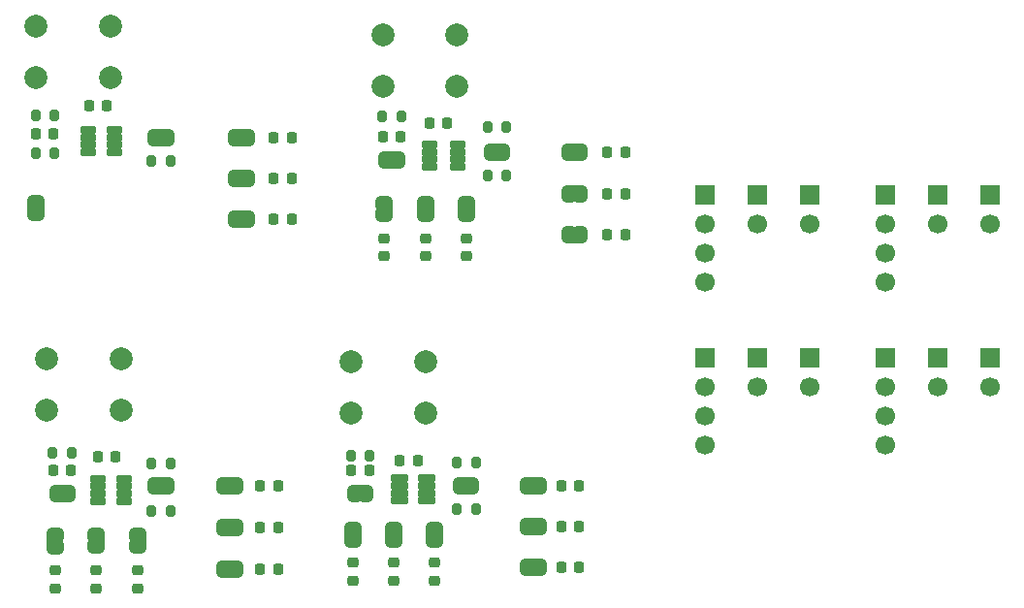
<source format=gts>
%TF.GenerationSoftware,KiCad,Pcbnew,9.0.1*%
%TF.CreationDate,2025-04-24T13:25:23+07:00*%
%TF.ProjectId,push-button-controller,70757368-2d62-4757-9474-6f6e2d636f6e,rev?*%
%TF.SameCoordinates,Original*%
%TF.FileFunction,Soldermask,Top*%
%TF.FilePolarity,Negative*%
%FSLAX45Y45*%
G04 Gerber Fmt 4.5, Leading zero omitted, Abs format (unit mm)*
G04 Created by KiCad (PCBNEW 9.0.1) date 2025-04-24 13:25:23*
%MOMM*%
%LPD*%
G01*
G04 APERTURE LIST*
G04 Aperture macros list*
%AMRoundRect*
0 Rectangle with rounded corners*
0 $1 Rounding radius*
0 $2 $3 $4 $5 $6 $7 $8 $9 X,Y pos of 4 corners*
0 Add a 4 corners polygon primitive as box body*
4,1,4,$2,$3,$4,$5,$6,$7,$8,$9,$2,$3,0*
0 Add four circle primitives for the rounded corners*
1,1,$1+$1,$2,$3*
1,1,$1+$1,$4,$5*
1,1,$1+$1,$6,$7*
1,1,$1+$1,$8,$9*
0 Add four rect primitives between the rounded corners*
20,1,$1+$1,$2,$3,$4,$5,0*
20,1,$1+$1,$4,$5,$6,$7,0*
20,1,$1+$1,$6,$7,$8,$9,0*
20,1,$1+$1,$8,$9,$2,$3,0*%
%AMFreePoly0*
4,1,23,0.500000,-0.750000,0.000000,-0.750000,0.000000,-0.745722,-0.065263,-0.745722,-0.191342,-0.711940,-0.304381,-0.646677,-0.396677,-0.554381,-0.461940,-0.441342,-0.495722,-0.315263,-0.495722,-0.250000,-0.500000,-0.250000,-0.500000,0.250000,-0.495722,0.250000,-0.495722,0.315263,-0.461940,0.441342,-0.396677,0.554381,-0.304381,0.646677,-0.191342,0.711940,-0.065263,0.745722,0.000000,0.745722,
0.000000,0.750000,0.500000,0.750000,0.500000,-0.750000,0.500000,-0.750000,$1*%
%AMFreePoly1*
4,1,23,0.000000,0.745722,0.065263,0.745722,0.191342,0.711940,0.304381,0.646677,0.396677,0.554381,0.461940,0.441342,0.495722,0.315263,0.495722,0.250000,0.500000,0.250000,0.500000,-0.250000,0.495722,-0.250000,0.495722,-0.315263,0.461940,-0.441342,0.396677,-0.554381,0.304381,-0.646677,0.191342,-0.711940,0.065263,-0.745722,0.000000,-0.745722,0.000000,-0.750000,-0.500000,-0.750000,
-0.500000,0.750000,0.000000,0.750000,0.000000,0.745722,0.000000,0.745722,$1*%
G04 Aperture macros list end*
%ADD10R,1.700000X1.700000*%
%ADD11C,1.700000*%
%ADD12FreePoly0,90.000000*%
%ADD13FreePoly1,90.000000*%
%ADD14RoundRect,0.225000X0.225000X0.250000X-0.225000X0.250000X-0.225000X-0.250000X0.225000X-0.250000X0*%
%ADD15RoundRect,0.200000X-0.200000X-0.275000X0.200000X-0.275000X0.200000X0.275000X-0.200000X0.275000X0*%
%ADD16RoundRect,0.225000X-0.225000X-0.250000X0.225000X-0.250000X0.225000X0.250000X-0.225000X0.250000X0*%
%ADD17RoundRect,0.102000X-0.609600X-0.203200X0.609600X-0.203200X0.609600X0.203200X-0.609600X0.203200X0*%
%ADD18C,2.000000*%
%ADD19RoundRect,0.225000X-0.250000X0.225000X-0.250000X-0.225000X0.250000X-0.225000X0.250000X0.225000X0*%
%ADD20FreePoly0,270.000000*%
%ADD21FreePoly1,270.000000*%
%ADD22FreePoly0,180.000000*%
%ADD23FreePoly1,180.000000*%
%ADD24FreePoly0,0.000000*%
%ADD25FreePoly1,0.000000*%
%ADD26RoundRect,0.102000X0.609600X0.203200X-0.609600X0.203200X-0.609600X-0.203200X0.609600X-0.203200X0*%
%ADD27RoundRect,0.083000X-0.639000X-0.249000X0.639000X-0.249000X0.639000X0.249000X-0.639000X0.249000X0*%
%ADD28RoundRect,0.200000X0.200000X0.275000X-0.200000X0.275000X-0.200000X-0.275000X0.200000X-0.275000X0*%
G04 APERTURE END LIST*
%TO.C,JP23*%
G36*
X14021910Y-8480280D02*
G01*
X14171910Y-8480280D01*
X14171910Y-8450280D01*
X14021910Y-8450280D01*
X14021910Y-8480280D01*
G37*
%TO.C,JP12*%
G36*
X13743970Y-11325880D02*
G01*
X13893970Y-11325880D01*
X13893970Y-11295880D01*
X13743970Y-11295880D01*
X13743970Y-11325880D01*
G37*
%TO.C,JP5*%
G36*
X10786040Y-11382740D02*
G01*
X10936040Y-11382740D01*
X10936040Y-11352740D01*
X10786040Y-11352740D01*
X10786040Y-11382740D01*
G37*
%TO.C,JP11*%
G36*
X13388220Y-11325880D02*
G01*
X13538220Y-11325880D01*
X13538220Y-11295880D01*
X13388220Y-11295880D01*
X13388220Y-11325880D01*
G37*
%TO.C,JP28*%
G36*
X10768060Y-8444500D02*
G01*
X10618060Y-8444500D01*
X10618060Y-8474500D01*
X10768060Y-8474500D01*
X10768060Y-8444500D01*
G37*
%TO.C,JP16*%
G36*
X15053480Y-11669160D02*
G01*
X15023480Y-11669160D01*
X15023480Y-11519160D01*
X15053480Y-11519160D01*
X15053480Y-11669160D01*
G37*
%TO.C,JP2*%
G36*
X13513220Y-10873700D02*
G01*
X13543220Y-10873700D01*
X13543220Y-11023700D01*
X13513220Y-11023700D01*
X13513220Y-10873700D01*
G37*
%TO.C,JP4*%
G36*
X10911040Y-10877220D02*
G01*
X10941040Y-10877220D01*
X10941040Y-11027220D01*
X10911040Y-11027220D01*
X10911040Y-10877220D01*
G37*
%TO.C,JP7*%
G36*
X11513160Y-11378700D02*
G01*
X11663160Y-11378700D01*
X11663160Y-11348700D01*
X11513160Y-11348700D01*
X11513160Y-11378700D01*
G37*
%TO.C,JP15*%
G36*
X15053480Y-11313930D02*
G01*
X15023480Y-11313930D01*
X15023480Y-11163930D01*
X15053480Y-11163930D01*
X15053480Y-11313930D01*
G37*
%TO.C,JP21*%
G36*
X15411940Y-8771420D02*
G01*
X15381940Y-8771420D01*
X15381940Y-8621420D01*
X15411940Y-8621420D01*
X15411940Y-8771420D01*
G37*
%TO.C,JP22*%
G36*
X13663320Y-8480280D02*
G01*
X13813320Y-8480280D01*
X13813320Y-8450280D01*
X13663320Y-8450280D01*
X13663320Y-8480280D01*
G37*
%TO.C,JP19*%
G36*
X15411940Y-8044980D02*
G01*
X15381940Y-8044980D01*
X15381940Y-7894980D01*
X15411940Y-7894980D01*
X15411940Y-8044980D01*
G37*
%TO.C,JP3*%
G36*
X11802100Y-10962220D02*
G01*
X11772100Y-10962220D01*
X11772100Y-10812220D01*
X11802100Y-10812220D01*
X11802100Y-10962220D01*
G37*
%TO.C,JP1*%
G36*
X14467780Y-10958700D02*
G01*
X14437780Y-10958700D01*
X14437780Y-10808700D01*
X14467780Y-10808700D01*
X14467780Y-10958700D01*
G37*
%TO.C,JP32*%
G36*
X11802200Y-7919820D02*
G01*
X11772200Y-7919820D01*
X11772200Y-7769820D01*
X11802200Y-7769820D01*
X11802200Y-7919820D01*
G37*
%TO.C,JP31*%
G36*
X12506820Y-8630420D02*
G01*
X12476820Y-8630420D01*
X12476820Y-8480420D01*
X12506820Y-8480420D01*
X12506820Y-8630420D01*
G37*
%TO.C,JP20*%
G36*
X15411940Y-8408200D02*
G01*
X15381940Y-8408200D01*
X15381940Y-8258200D01*
X15411940Y-8258200D01*
X15411940Y-8408200D01*
G37*
%TO.C,JP29*%
G36*
X12506820Y-7920420D02*
G01*
X12476820Y-7920420D01*
X12476820Y-7770420D01*
X12506820Y-7770420D01*
X12506820Y-7920420D01*
G37*
%TO.C,JP18*%
G36*
X14735260Y-8044980D02*
G01*
X14705260Y-8044980D01*
X14705260Y-7894980D01*
X14735260Y-7894980D01*
X14735260Y-8044980D01*
G37*
%TO.C,JP10*%
G36*
X12402580Y-11685380D02*
G01*
X12372580Y-11685380D01*
X12372580Y-11535380D01*
X12402580Y-11535380D01*
X12402580Y-11685380D01*
G37*
%TO.C,JP6*%
G36*
X11149600Y-11378700D02*
G01*
X11299600Y-11378700D01*
X11299600Y-11348700D01*
X11149600Y-11348700D01*
X11149600Y-11378700D01*
G37*
%TO.C,JP9*%
G36*
X12402580Y-11323800D02*
G01*
X12372580Y-11323800D01*
X12372580Y-11173800D01*
X12402580Y-11173800D01*
X12402580Y-11323800D01*
G37*
%TO.C,JP14*%
G36*
X15053480Y-10958700D02*
G01*
X15023480Y-10958700D01*
X15023480Y-10808700D01*
X15053480Y-10808700D01*
X15053480Y-10958700D01*
G37*
%TO.C,JP8*%
G36*
X12402580Y-10962220D02*
G01*
X12372580Y-10962220D01*
X12372580Y-10812220D01*
X12402580Y-10812220D01*
X12402580Y-10962220D01*
G37*
%TO.C,JP17*%
G36*
X13788320Y-7963560D02*
G01*
X13818320Y-7963560D01*
X13818320Y-8113560D01*
X13788320Y-8113560D01*
X13788320Y-7963560D01*
G37*
%TO.C,JP24*%
G36*
X14380500Y-8480280D02*
G01*
X14530500Y-8480280D01*
X14530500Y-8450280D01*
X14380500Y-8450280D01*
X14380500Y-8480280D01*
G37*
%TO.C,JP13*%
G36*
X14099720Y-11325880D02*
G01*
X14249720Y-11325880D01*
X14249720Y-11295880D01*
X14099720Y-11295880D01*
X14099720Y-11325880D01*
G37*
%TO.C,JP30*%
G36*
X12506820Y-8275420D02*
G01*
X12476820Y-8275420D01*
X12476820Y-8125420D01*
X12506820Y-8125420D01*
X12506820Y-8275420D01*
G37*
%TD*%
D10*
%TO.C,J12*%
X19030400Y-8347840D03*
D11*
X19030400Y-8601840D03*
%TD*%
D10*
%TO.C,J11*%
X18112400Y-8347840D03*
D11*
X18112400Y-8601840D03*
X18112400Y-8855840D03*
X18112400Y-9109840D03*
%TD*%
D10*
%TO.C,J10*%
X18571400Y-8347840D03*
D11*
X18571400Y-8601840D03*
%TD*%
D10*
%TO.C,J9*%
X17453400Y-8347840D03*
D11*
X17453400Y-8601840D03*
%TD*%
D10*
%TO.C,J8*%
X16994400Y-8347840D03*
D11*
X16994400Y-8601840D03*
%TD*%
D10*
%TO.C,J7*%
X16535400Y-8347840D03*
D11*
X16535400Y-8601840D03*
X16535400Y-8855840D03*
X16535400Y-9109840D03*
%TD*%
D10*
%TO.C,J6*%
X19030400Y-9768840D03*
D11*
X19030400Y-10022840D03*
%TD*%
D10*
%TO.C,J5*%
X18571400Y-9768840D03*
D11*
X18571400Y-10022840D03*
%TD*%
D10*
%TO.C,J4*%
X18112400Y-9768840D03*
D11*
X18112400Y-10022840D03*
X18112400Y-10276840D03*
X18112400Y-10530840D03*
%TD*%
D10*
%TO.C,J3*%
X17453400Y-9768840D03*
D11*
X17453400Y-10022840D03*
%TD*%
D10*
%TO.C,J2*%
X16994400Y-9768840D03*
D11*
X16994400Y-10022840D03*
%TD*%
D10*
%TO.C,J1*%
X16535400Y-9768840D03*
D11*
X16535400Y-10022840D03*
X16535400Y-10276840D03*
X16535400Y-10530840D03*
%TD*%
D12*
%TO.C,JP23*%
X14096910Y-8530280D03*
D13*
X14096910Y-8400280D03*
%TD*%
D14*
%TO.C,C25*%
X10851240Y-7809260D03*
X10696240Y-7809260D03*
%TD*%
D15*
%TO.C,R9*%
X14637760Y-8175720D03*
X14802760Y-8175720D03*
%TD*%
D12*
%TO.C,JP12*%
X13818970Y-11375880D03*
D13*
X13818970Y-11245880D03*
%TD*%
D16*
%TO.C,C13*%
X12652980Y-10887220D03*
X12807980Y-10887220D03*
%TD*%
D17*
%TO.C,U1*%
X11235920Y-10822220D03*
X11235920Y-10887220D03*
X11235920Y-10952220D03*
X11235920Y-11017220D03*
X11464520Y-11017220D03*
X11464520Y-10952220D03*
X11464520Y-10887220D03*
X11464520Y-10822220D03*
%TD*%
D18*
%TO.C,SW1*%
X13445720Y-9803180D03*
X14095720Y-9803180D03*
X13445720Y-10253180D03*
X14095720Y-10253180D03*
%TD*%
D16*
%TO.C,C31*%
X12773960Y-8200420D03*
X12928960Y-8200420D03*
%TD*%
%TO.C,C29*%
X11161060Y-7567960D03*
X11316060Y-7567960D03*
%TD*%
D12*
%TO.C,JP5*%
X10861040Y-11432740D03*
D13*
X10861040Y-11302740D03*
%TD*%
D16*
%TO.C,C21*%
X15686100Y-8696420D03*
X15841100Y-8696420D03*
%TD*%
D19*
%TO.C,C8*%
X13463220Y-11557200D03*
X13463220Y-11712200D03*
%TD*%
D16*
%TO.C,C30*%
X12773960Y-7845420D03*
X12928960Y-7845420D03*
%TD*%
D12*
%TO.C,JP11*%
X13463220Y-11375880D03*
D13*
X13463220Y-11245880D03*
%TD*%
D19*
%TO.C,C23*%
X14096910Y-8724300D03*
X14096910Y-8879300D03*
%TD*%
D16*
%TO.C,C11*%
X12652980Y-11610380D03*
X12807980Y-11610380D03*
%TD*%
%TO.C,C18*%
X14129680Y-7718520D03*
X14284680Y-7718520D03*
%TD*%
D20*
%TO.C,JP28*%
X10693060Y-8394500D03*
D21*
X10693060Y-8524500D03*
%TD*%
D17*
%TO.C,U3*%
X14130980Y-7906480D03*
X14130980Y-7969980D03*
X14130980Y-8036020D03*
X14130980Y-8099520D03*
X14374820Y-8099520D03*
X14374820Y-8036020D03*
X14374820Y-7969980D03*
X14374820Y-7906480D03*
%TD*%
D19*
%TO.C,C24*%
X14455500Y-8724300D03*
X14455500Y-8879300D03*
%TD*%
D22*
%TO.C,JP16*%
X15103480Y-11594160D03*
D23*
X14973480Y-11594160D03*
%TD*%
D24*
%TO.C,JP2*%
X13463220Y-10948700D03*
D25*
X13593220Y-10948700D03*
%TD*%
D24*
%TO.C,JP4*%
X10861040Y-10952220D03*
D25*
X10991040Y-10952220D03*
%TD*%
D15*
%TO.C,R12*%
X11704700Y-8048020D03*
X11869700Y-8048020D03*
%TD*%
%TO.C,R8*%
X14637760Y-7756620D03*
X14802760Y-7756620D03*
%TD*%
D16*
%TO.C,C14*%
X12652980Y-11248800D03*
X12807980Y-11248800D03*
%TD*%
D19*
%TO.C,C12*%
X11588160Y-11625520D03*
X11588160Y-11780520D03*
%TD*%
D16*
%TO.C,C10*%
X11235920Y-10628600D03*
X11390920Y-10628600D03*
%TD*%
D15*
%TO.C,R2*%
X14370280Y-11087360D03*
X14535280Y-11087360D03*
%TD*%
D12*
%TO.C,JP7*%
X11588160Y-11428700D03*
D13*
X11588160Y-11298700D03*
%TD*%
D22*
%TO.C,JP15*%
X15103480Y-11238930D03*
D23*
X14973480Y-11238930D03*
%TD*%
D22*
%TO.C,JP21*%
X15461940Y-8696420D03*
D23*
X15331940Y-8696420D03*
%TD*%
D15*
%TO.C,R10*%
X10691240Y-7651780D03*
X10856240Y-7651780D03*
%TD*%
D12*
%TO.C,JP22*%
X13738320Y-8530280D03*
D13*
X13738320Y-8400280D03*
%TD*%
D19*
%TO.C,C7*%
X14174720Y-11557200D03*
X14174720Y-11712200D03*
%TD*%
D22*
%TO.C,JP19*%
X15461940Y-7969980D03*
D23*
X15331940Y-7969980D03*
%TD*%
D16*
%TO.C,C19*%
X15686100Y-7969980D03*
X15841100Y-7969980D03*
%TD*%
D14*
%TO.C,C17*%
X13880820Y-7835360D03*
X13725820Y-7835360D03*
%TD*%
D19*
%TO.C,C16*%
X11224600Y-11625520D03*
X11224600Y-11780520D03*
%TD*%
%TO.C,C15*%
X10861040Y-11625520D03*
X10861040Y-11780520D03*
%TD*%
D22*
%TO.C,JP3*%
X11852100Y-10887220D03*
D23*
X11722100Y-10887220D03*
%TD*%
D26*
%TO.C,U4*%
X11383340Y-7973320D03*
X11383340Y-7908320D03*
X11383340Y-7843320D03*
X11383340Y-7778320D03*
X11154740Y-7778320D03*
X11154740Y-7843320D03*
X11154740Y-7908320D03*
X11154740Y-7973320D03*
%TD*%
D16*
%TO.C,C4*%
X13872880Y-10663180D03*
X14027880Y-10663180D03*
%TD*%
D22*
%TO.C,JP1*%
X14517780Y-10883700D03*
D23*
X14387780Y-10883700D03*
%TD*%
D15*
%TO.C,R4*%
X10843540Y-10593040D03*
X11008540Y-10593040D03*
%TD*%
D22*
%TO.C,JP32*%
X11852200Y-7844820D03*
D23*
X11722200Y-7844820D03*
%TD*%
D22*
%TO.C,JP31*%
X12556820Y-8555420D03*
D23*
X12426820Y-8555420D03*
%TD*%
D18*
%TO.C,SW4*%
X10695240Y-6872000D03*
X11345240Y-6872000D03*
X10695240Y-7322000D03*
X11345240Y-7322000D03*
%TD*%
D27*
%TO.C,U2*%
X13872880Y-10818700D03*
X13872880Y-10883700D03*
X13872880Y-10948700D03*
X13872880Y-11013700D03*
X14109880Y-11013700D03*
X14109880Y-10948700D03*
X14109880Y-10883700D03*
X14109880Y-10818700D03*
%TD*%
D22*
%TO.C,JP20*%
X15461940Y-8333200D03*
D23*
X15331940Y-8333200D03*
%TD*%
D22*
%TO.C,JP29*%
X12556820Y-7845420D03*
D23*
X12426820Y-7845420D03*
%TD*%
D16*
%TO.C,C5*%
X15284600Y-11238930D03*
X15439600Y-11238930D03*
%TD*%
D19*
%TO.C,C9*%
X13818970Y-11557200D03*
X13818970Y-11712200D03*
%TD*%
%TO.C,C22*%
X13738320Y-8724300D03*
X13738320Y-8879300D03*
%TD*%
D28*
%TO.C,R11*%
X10856240Y-7976900D03*
X10691240Y-7976900D03*
%TD*%
D16*
%TO.C,C32*%
X12773960Y-8555420D03*
X12928960Y-8555420D03*
%TD*%
%TO.C,C6*%
X15284600Y-11594160D03*
X15439600Y-11594160D03*
%TD*%
D15*
%TO.C,R6*%
X11704600Y-11108660D03*
X11869600Y-11108660D03*
%TD*%
D18*
%TO.C,SW3*%
X13723980Y-6944640D03*
X14373980Y-6944640D03*
X13723980Y-7394640D03*
X14373980Y-7394640D03*
%TD*%
D16*
%TO.C,C20*%
X15686100Y-8333200D03*
X15841100Y-8333200D03*
%TD*%
D14*
%TO.C,C2*%
X11003540Y-10747980D03*
X10848540Y-10747980D03*
%TD*%
D22*
%TO.C,JP18*%
X14785260Y-7969980D03*
D23*
X14655260Y-7969980D03*
%TD*%
D22*
%TO.C,JP10*%
X12452580Y-11610380D03*
D23*
X12322580Y-11610380D03*
%TD*%
D14*
%TO.C,C1*%
X13605720Y-10749540D03*
X13450720Y-10749540D03*
%TD*%
D12*
%TO.C,JP6*%
X11224600Y-11428700D03*
D13*
X11224600Y-11298700D03*
%TD*%
D22*
%TO.C,JP9*%
X12452580Y-11248800D03*
D23*
X12322580Y-11248800D03*
%TD*%
D15*
%TO.C,R5*%
X11704600Y-10687020D03*
X11869600Y-10687020D03*
%TD*%
%TO.C,R7*%
X13720820Y-7660100D03*
X13885820Y-7660100D03*
%TD*%
D22*
%TO.C,JP14*%
X15103480Y-10883700D03*
D23*
X14973480Y-10883700D03*
%TD*%
D18*
%TO.C,SW2*%
X10789120Y-9772620D03*
X11439120Y-9772620D03*
X10789120Y-10222620D03*
X11439120Y-10222620D03*
%TD*%
D22*
%TO.C,JP8*%
X12452580Y-10887220D03*
D23*
X12322580Y-10887220D03*
%TD*%
D24*
%TO.C,JP17*%
X13738320Y-8038560D03*
D25*
X13868320Y-8038560D03*
%TD*%
D15*
%TO.C,R1*%
X13445720Y-10620000D03*
X13610720Y-10620000D03*
%TD*%
D12*
%TO.C,JP24*%
X14455500Y-8530280D03*
D13*
X14455500Y-8400280D03*
%TD*%
D16*
%TO.C,C3*%
X15284600Y-10883700D03*
X15439600Y-10883700D03*
%TD*%
D15*
%TO.C,R3*%
X14370280Y-10680960D03*
X14535280Y-10680960D03*
%TD*%
D12*
%TO.C,JP13*%
X14174720Y-11375880D03*
D13*
X14174720Y-11245880D03*
%TD*%
D22*
%TO.C,JP30*%
X12556820Y-8200420D03*
D23*
X12426820Y-8200420D03*
%TD*%
M02*

</source>
